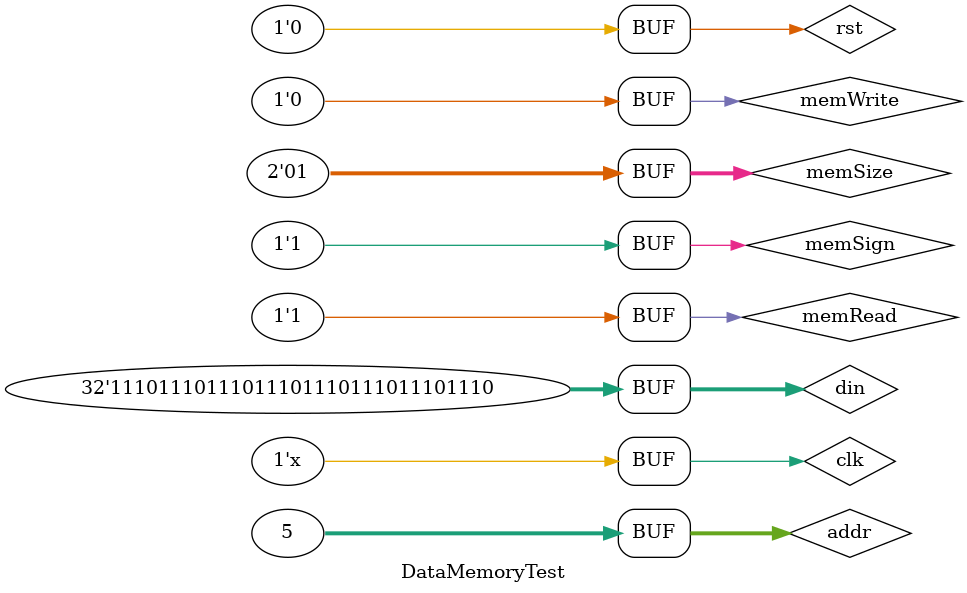
<source format=v>
`timescale 1ns/1ps

module DataMemoryTest;
    reg           clk;
    reg           rst;
    reg    [31:0] addr;
    reg    [31:0] din;
    reg           memWrite;
    reg           memRead;
    reg    [ 1:0] memSize;
    reg           memSign;
    wire   [31:0] dout;
    wire          exception;

    DataMemory U1
    (
        .clk(clk),
        .rst(rst),
        .addr(addr),
        .din(din),
        .memWrite(memWrite),
        .memRead(memRead),
        .memSize(memSize),
        .memSign(memSign),
        .dout(dout),
        .exception(exception)
    );

    initial
    begin
        clk = 1;
        rst = 1;
        #100
        rst = 0;

        #100
        // sw
        addr = 32'h0000_0000;
        din = 32'h1234_5678;
        memWrite = 1'b1;
        memRead = 1'b0;
        memSize = 2'b10;
        memSign = 1'bX;

        #100
        // sh
        addr = 32'h0000_0004;
        din = 32'h1234_5678;
        memWrite = 1'b1;
        memRead = 1'b0;
        memSize = 2'b01;
        memSign = 1'bX;

        #100
        // sb
        addr = 32'h0000_0006;
        din = 32'hFFFF_FFFF;
        memWrite = 1'b1;
        memRead = 1'b0;
        memSize = 2'b00;
        memSign = 1'bX;

        #100
        // sb
        addr = 32'h0000_0007;
        din = 32'hEEEE_EEEE;
        memWrite = 1'b1;
        memRead = 1'b0;
        memSize = 2'b00;
        memSign = 1'bX;

        // Memory:
        // 0  1  2  3  4  5  6  7
        // 78 56 34 12 78 56 FF EE

        #100
        // lw
        addr = 32'h0000_0000;
        memWrite = 1'b0;
        memRead = 1'b1;
        memSize = 2'b10;
        memSign = 1'bX;
        // expected: 32'h1234_5678

        #100
        // lh
        addr = 32'h0000_0006;
        memWrite = 1'b0;
        memRead = 1'b1;
        memSize = 2'b01;
        memSign = 1'b1;
        // expected: 32'hFFFF_EEFF

        #100
        // lhu
        addr = 32'h0000_0006;
        memWrite = 1'b0;
        memRead = 1'b1;
        memSize = 2'b01;
        memSign = 1'b0;
        // expected: 32'h0000_EEFF

        #100
        // lb
        addr = 32'h0000_0000;
        memWrite = 1'b0;
        memRead = 1'b1;
        memSize = 2'b00;
        memSign = 1'b1;
        // expected: 32'h0000_0078

        #100
        // lbu
        addr = 32'h0000_0000;
        memWrite = 1'b0;
        memRead = 1'b1;
        memSize = 2'b00;
        memSign = 1'b0;
        // expected: 32'h0000_0078

        #100
        // lw
        addr = 32'h0000_0003;
        memWrite = 1'b0;
        memRead = 1'b1;
        memSize = 2'b10;
        memSign = 1'bX;
        // expected: exception

        #100
        // lh
        addr = 32'h0000_0005;
        memWrite = 1'b0;
        memRead = 1'b1;
        memSize = 2'b01;
        memSign = 1'b1;
        // expected: exception
    end

    always
    begin
        #10
        clk = ~clk;
    end

endmodule

</source>
